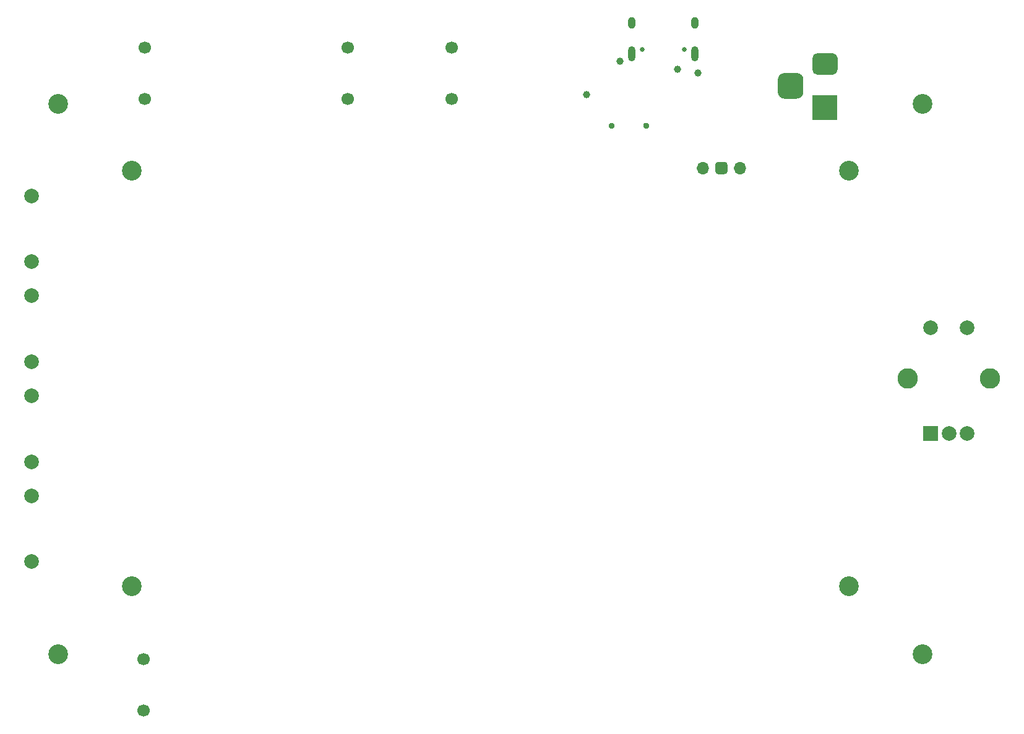
<source format=gbs>
G04 #@! TF.GenerationSoftware,KiCad,Pcbnew,5.1.9+dfsg1-1~bpo10+1*
G04 #@! TF.CreationDate,2021-11-03T11:33:49+01:00*
G04 #@! TF.ProjectId,SynthoGame,53796e74-686f-4476-916d-652e6b696361,REV1*
G04 #@! TF.SameCoordinates,Original*
G04 #@! TF.FileFunction,Soldermask,Bot*
G04 #@! TF.FilePolarity,Negative*
%FSLAX46Y46*%
G04 Gerber Fmt 4.6, Leading zero omitted, Abs format (unit mm)*
G04 Created by KiCad (PCBNEW 5.1.9+dfsg1-1~bpo10+1) date 2021-11-03 11:33:49*
%MOMM*%
%LPD*%
G01*
G04 APERTURE LIST*
%ADD10C,1.000000*%
%ADD11C,0.650000*%
%ADD12O,1.000000X2.100000*%
%ADD13O,1.000000X1.600000*%
%ADD14O,1.700000X1.700000*%
%ADD15C,1.700000*%
%ADD16R,3.500000X3.500000*%
%ADD17C,2.000000*%
%ADD18C,2.800000*%
%ADD19R,2.000000X2.000000*%
%ADD20C,2.700000*%
G04 APERTURE END LIST*
D10*
X158020000Y-44085000D03*
D11*
X165630000Y-37935000D03*
X171410000Y-37935000D03*
D12*
X172840000Y-38465000D03*
X164200000Y-38465000D03*
D13*
X172840000Y-34285000D03*
X164200000Y-34285000D03*
G36*
G01*
X161075000Y-48512500D02*
X161075000Y-48137500D01*
G75*
G02*
X161262500Y-47950000I187500J0D01*
G01*
X161637500Y-47950000D01*
G75*
G02*
X161825000Y-48137500I0J-187500D01*
G01*
X161825000Y-48512500D01*
G75*
G02*
X161637500Y-48700000I-187500J0D01*
G01*
X161262500Y-48700000D01*
G75*
G02*
X161075000Y-48512500I0J187500D01*
G01*
G37*
G36*
G01*
X165785000Y-48522500D02*
X165785000Y-48147500D01*
G75*
G02*
X165972500Y-47960000I187500J0D01*
G01*
X166347500Y-47960000D01*
G75*
G02*
X166535000Y-48147500I0J-187500D01*
G01*
X166535000Y-48522500D01*
G75*
G02*
X166347500Y-48710000I-187500J0D01*
G01*
X165972500Y-48710000D01*
G75*
G02*
X165785000Y-48522500I0J187500D01*
G01*
G37*
D14*
X179000000Y-54115000D03*
G36*
G01*
X176035000Y-53265000D02*
X176885000Y-53265000D01*
G75*
G02*
X177310000Y-53690000I0J-425000D01*
G01*
X177310000Y-54540000D01*
G75*
G02*
X176885000Y-54965000I-425000J0D01*
G01*
X176035000Y-54965000D01*
G75*
G02*
X175610000Y-54540000I0J425000D01*
G01*
X175610000Y-53690000D01*
G75*
G02*
X176035000Y-53265000I425000J0D01*
G01*
G37*
X173920000Y-54115000D03*
D10*
X162620000Y-39485000D03*
X170420000Y-40585000D03*
X173220000Y-41085000D03*
D15*
X97430000Y-121375000D03*
X97430000Y-128375000D03*
X97590000Y-37625000D03*
X97590000Y-44625000D03*
X125340000Y-37625000D03*
X125340000Y-44625000D03*
X139590000Y-44625000D03*
X139590000Y-37625000D03*
D16*
X190640000Y-45875000D03*
G36*
G01*
X189640000Y-38375000D02*
X191640000Y-38375000D01*
G75*
G02*
X192390000Y-39125000I0J-750000D01*
G01*
X192390000Y-40625000D01*
G75*
G02*
X191640000Y-41375000I-750000J0D01*
G01*
X189640000Y-41375000D01*
G75*
G02*
X188890000Y-40625000I0J750000D01*
G01*
X188890000Y-39125000D01*
G75*
G02*
X189640000Y-38375000I750000J0D01*
G01*
G37*
G36*
G01*
X185065000Y-41125000D02*
X186815000Y-41125000D01*
G75*
G02*
X187690000Y-42000000I0J-875000D01*
G01*
X187690000Y-43750000D01*
G75*
G02*
X186815000Y-44625000I-875000J0D01*
G01*
X185065000Y-44625000D01*
G75*
G02*
X184190000Y-43750000I0J875000D01*
G01*
X184190000Y-42000000D01*
G75*
G02*
X185065000Y-41125000I875000J0D01*
G01*
G37*
D17*
X82090000Y-66925000D03*
X82090000Y-57925000D03*
X82090000Y-71625000D03*
X82090000Y-80625000D03*
X82090000Y-94325000D03*
X82090000Y-85325000D03*
X82090000Y-99025000D03*
X82090000Y-108025000D03*
X210090000Y-75975000D03*
X205090000Y-75975000D03*
D18*
X213190000Y-82975000D03*
X201990000Y-82975000D03*
D17*
X210090000Y-90475000D03*
X207590000Y-90475000D03*
D19*
X205090000Y-90475000D03*
D20*
X85690000Y-45325000D03*
X203990000Y-45325000D03*
X85690000Y-120725000D03*
X203990000Y-120725000D03*
X95790000Y-54525000D03*
X193890000Y-54525000D03*
X95790000Y-111425000D03*
X193890000Y-111425000D03*
M02*

</source>
